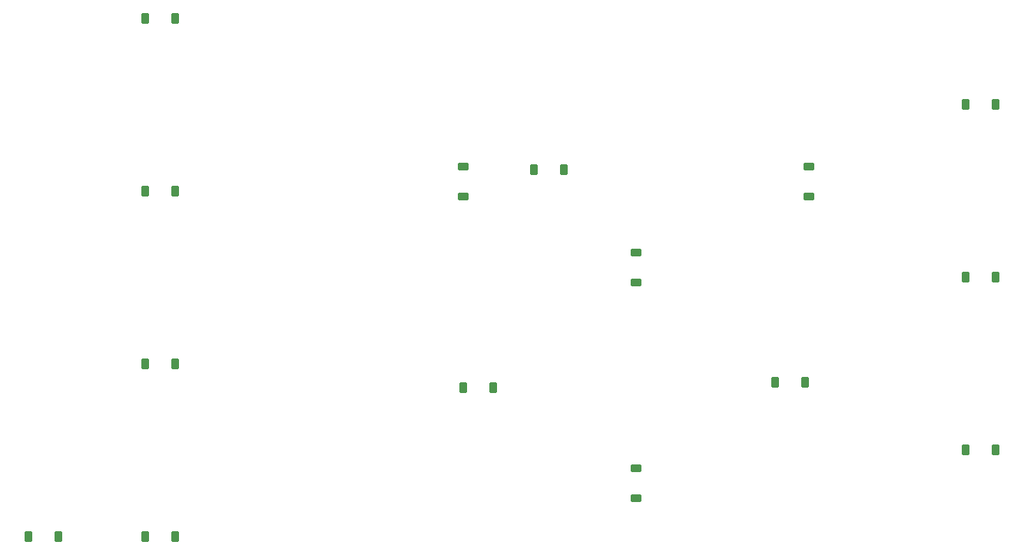
<source format=gbr>
%TF.GenerationSoftware,KiCad,Pcbnew,9.0.6*%
%TF.CreationDate,2026-01-24T17:24:49-08:00*%
%TF.ProjectId,board,626f6172-642e-46b6-9963-61645f706362,rev?*%
%TF.SameCoordinates,Original*%
%TF.FileFunction,Paste,Bot*%
%TF.FilePolarity,Positive*%
%FSLAX46Y46*%
G04 Gerber Fmt 4.6, Leading zero omitted, Abs format (unit mm)*
G04 Created by KiCad (PCBNEW 9.0.6) date 2026-01-24 17:24:49*
%MOMM*%
%LPD*%
G01*
G04 APERTURE LIST*
G04 Aperture macros list*
%AMRoundRect*
0 Rectangle with rounded corners*
0 $1 Rounding radius*
0 $2 $3 $4 $5 $6 $7 $8 $9 X,Y pos of 4 corners*
0 Add a 4 corners polygon primitive as box body*
4,1,4,$2,$3,$4,$5,$6,$7,$8,$9,$2,$3,0*
0 Add four circle primitives for the rounded corners*
1,1,$1+$1,$2,$3*
1,1,$1+$1,$4,$5*
1,1,$1+$1,$6,$7*
1,1,$1+$1,$8,$9*
0 Add four rect primitives between the rounded corners*
20,1,$1+$1,$2,$3,$4,$5,0*
20,1,$1+$1,$4,$5,$6,$7,0*
20,1,$1+$1,$6,$7,$8,$9,0*
20,1,$1+$1,$8,$9,$2,$3,0*%
G04 Aperture macros list end*
%ADD10RoundRect,0.225000X0.375000X-0.225000X0.375000X0.225000X-0.375000X0.225000X-0.375000X-0.225000X0*%
%ADD11RoundRect,0.225000X-0.225000X-0.375000X0.225000X-0.375000X0.225000X0.375000X-0.225000X0.375000X0*%
%ADD12RoundRect,0.225000X0.225000X0.375000X-0.225000X0.375000X-0.225000X-0.375000X0.225000X-0.375000X0*%
G04 APERTURE END LIST*
D10*
%TO.C,D10*%
X123983856Y-95607111D03*
X123983856Y-92307111D03*
%TD*%
D11*
%TO.C,D15*%
X141247933Y-85486790D03*
X144547933Y-85486790D03*
%TD*%
%TO.C,D14*%
X141247933Y-104536806D03*
X144547933Y-104536806D03*
%TD*%
%TO.C,D13*%
X141247933Y-123586822D03*
X144547933Y-123586822D03*
%TD*%
%TO.C,D5*%
X50760357Y-75961782D03*
X54060357Y-75961782D03*
%TD*%
%TO.C,D3*%
X50760357Y-114061814D03*
X54060357Y-114061814D03*
%TD*%
D10*
%TO.C,D7*%
X104933840Y-105132119D03*
X104933840Y-101832119D03*
%TD*%
D11*
%TO.C,D6*%
X120253226Y-116086035D03*
X123553226Y-116086035D03*
%TD*%
D10*
%TO.C,D12*%
X104933812Y-128911043D03*
X104933812Y-125611043D03*
%TD*%
D11*
%TO.C,D2*%
X50760357Y-133111830D03*
X54060357Y-133111830D03*
%TD*%
%TO.C,D9*%
X93622893Y-92630546D03*
X96922893Y-92630546D03*
%TD*%
D10*
%TO.C,D8*%
X85883824Y-95607111D03*
X85883824Y-92307111D03*
%TD*%
D11*
%TO.C,D4*%
X50760357Y-95011798D03*
X54060357Y-95011798D03*
%TD*%
D12*
%TO.C,D1*%
X41235321Y-133111870D03*
X37935321Y-133111870D03*
%TD*%
%TO.C,D11*%
X89183796Y-116681348D03*
X85883796Y-116681348D03*
%TD*%
M02*

</source>
